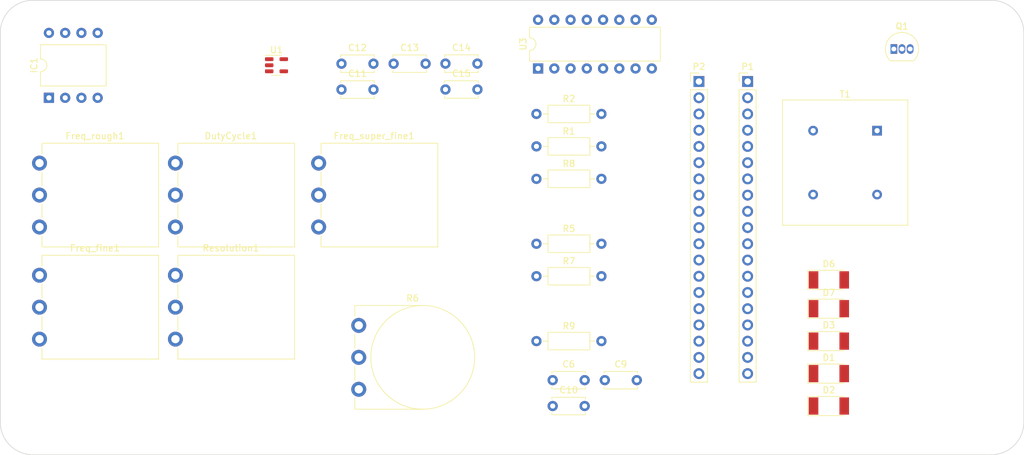
<source format=kicad_pcb>
(kicad_pcb (version 20220427) (generator pcbnew)
  (title_block (date "2022-01-28"))
  (layers (0 "F.Cu" signal) (31 "B.Cu" signal) (34 "B.Paste" user) (35 "F.Paste" user) (36 "B.SilkS" user "B.Silkscreen") (37 "F.SilkS" user "F.Silkscreen") (38 "B.Mask" user) (39 "F.Mask" user) (44 "Edge.Cuts" user))
  (net 0 "")
  (net 1 "+12V")
  (net 2 "Net-(D1-A)")
  (net 3 "Net-(D2-K)")
  (net 4 "Net-(D2-A)")
  (net 5 "Earth")
  (net 6 "GND")
  (net 7 "Net-(Q1-B)")
  (net 8 "Net-(Q1-C)")
  (net 9 "+5V")
  (net 10 "+3V3")
  (net 11 "/EN")
  (net 12 "/IO36")
  (net 13 "/IO39")
  (net 14 "/IO34")
  (net 15 "/IO35")
  (net 16 "/IO32")
  (net 17 "Probe 1 (blue)")
  (net 18 "/IO25")
  (net 19 "/IO26")
  (net 20 "/IO27")
  (net 21 "/IO14")
  (net 22 "/IO12")
  (net 23 "/IO13")
  (net 24 "/SD2")
  (net 25 "/SD3")
  (net 26 "/CMD")
  (net 27 "/IO23")
  (net 28 "/IO22")
  (net 29 "/TXD0")
  (net 30 "/RXD0")
  (net 31 "/IO21")
  (net 32 "/IO19")
  (net 33 "/IO18")
  (net 34 "/IO5")
  (net 35 "/IO17")
  (net 36 "/IO16")
  (net 37 "/IO4")
  (net 38 "/IO0")
  (net 39 "/IO2")
  (net 40 "/IO15")
  (net 41 "/SD1")
  (net 42 "/SD0")
  (net 43 "/CLK")
  (net 44 "Net-(IC1-IN_B)")
  (net 47 "Net-(C8-Pad1)")
  (net 48 "Net-(IC1-OUT_B)")
  (net 51 "Net-(Q2-G)")
  (net 52 "Net-(D1-K)")
  (net 53 "Net-(T1-SA)")
  (net 54 "Net-(D7-A)")
  (net 55 "Net-(D5-Pad4)")
  (net 56 "Net-(C6-Pad1)")
  (net 57 "Net-(C6-Pad2)")
  (net 58 "Net-(D6-A)")
  (net 61 "Probe 2 (yellow")
  (net 62 "Probe 3 (purple)")
  (footprint "Potentiometer_THT:Potentiometer_Piher_T-16L_Single_Vertical_Hole" (layer "F.Cu") (at 124.62 121.84)
    (fp_text reference "R6" (at 8.415 -14.25) (layer "F.SilkS"))
    (fp_text value "100")
    (fp_line (start -0.62 -13.12) (end -0.62 -11.426) (stroke (width 0.12)) (layer "F.SilkS"))
    (fp_line (start -0.62 -13.12) (end 10 -13.12) (stroke (width 0.12)) (layer "F.SilkS"))
    (fp_line (start -0.62 -8.574) (end -0.62 -6.425) (stroke (width 0.12)) (layer "F.SilkS"))
    (fp_line (start -0.62 -3.575) (end -0.62 -1.425) (stroke (width 0.12)) (layer "F.SilkS"))
    (fp_line (start -0.62 1.425) (end -0.62 3.12) (stroke (width 0.12)) (layer "F.SilkS"))
    (fp_line (start -0.62 3.12) (end 10 3.12) (stroke (width 0.12)) (layer "F.SilkS"))
    (fp_circle (center 10 -5) (end 18.12 -5) (stroke (width 0.12)) (fill none) (layer "F.SilkS"))
    (pad "" np_thru_hole circle (at 10 -5) (size 7.5 7.5) (drill 7.5) (layers *.Cu *.Mask))
    (pad "1" thru_hole circle (at 0 0) (size 2.34 2.34) (drill 1.3) (layers *.Cu *.Mask) (net 1 "+12V"))
    (pad "2" thru_hole circle (at 0 -5) (size 2.34 2.34) (drill 1.3) (layers *.Cu *.Mask) (net 1 "+12V"))
    (pad "3" thru_hole circle (at 0 -10) (size 2.34 2.34) (drill 1.3) (layers *.Cu *.Mask) (net 47 "Net-(C8-Pad1)"))
  )
  (footprint "Connector_PinHeader_2.54mm:PinHeader_1x19_P2.54mm_Vertical" (layer "F.Cu") (at 177.8 73.67)
    (fp_text reference "P2" (at 0 -2.33) (layer "F.SilkS"))
    (fp_text value "CONN_01X18")
    (fp_line (start -1.33 -1.33) (end 0 -1.33) (stroke (width 0.12)) (layer "F.SilkS"))
    (fp_line (start -1.33 0) (end -1.33 -1.33) (stroke (width 0.12)) (layer "F.SilkS"))
    (fp_line (start -1.33 1.27) (end -1.33 47.05) (stroke (width 0.12)) (layer "F.SilkS"))
    (fp_line (start -1.33 1.27) (end 1.33 1.27) (stroke (width 0.12)) (layer "F.SilkS"))
    (fp_line (start -1.33 47.05) (end 1.33 47.05) (stroke (width 0.12)) (layer "F.SilkS"))
    (fp_line (start 1.33 1.27) (end 1.33 47.05) (stroke (width 0.12)) (layer "F.SilkS"))
    (pad "1" thru_hole rect (at 0 0) (size 1.7 1.7) (drill 1) (layers *.Cu *.Mask))
    (pad "2" thru_hole oval (at 0 2.54) (size 1.7 1.7) (drill 1) (layers *.Cu *.Mask) (net 27 "/IO23"))
    (pad "3" thru_hole oval (at 0 5.08) (size 1.7 1.7) (drill 1) (layers *.Cu *.Mask) (net 28 "/IO22"))
    (pad "4" thru_hole oval (at 0 7.62) (size 1.7 1.7) (drill 1) (layers *.Cu *.Mask) (net 29 "/TXD0"))
    (pad "5" thru_hole oval (at 0 10.16) (size 1.7 1.7) (drill 1) (layers *.Cu *.Mask) (net 30 "/RXD0"))
    (pad "6" thru_hole oval (at 0 12.7) (size 1.7 1.7) (drill 1) (layers *.Cu *.Mask) (net 31 "/IO21"))
    (pad "7" thru_hole oval (at 0 15.24) (size 1.7 1.7) (drill 1) (layers *.Cu *.Mask) (net 6 "GND"))
    (pad "8" thru_hole oval (at 0 17.78) (size 1.7 1.7) (drill 1) (layers *.Cu *.Mask) (net 32 "/IO19"))
    (pad "9" thru_hole oval (at 0 20.32) (size 1.7 1.7) (drill 1) (layers *.Cu *.Mask) (net 33 "/IO18"))
    (pad "10" thru_hole oval (at 0 22.86) (size 1.7 1.7) (drill 1) (layers *.Cu *.Mask) (net 34 "/IO5"))
    (pad "11" thru_hole oval (at 0 25.4) (size 1.7 1.7) (drill 1) (layers *.Cu *.Mask) (net 35 "/IO17"))
    (pad "12" thru_hole oval (at 0 27.94) (size 1.7 1.7) (drill 1) (layers *.Cu *.Mask) (net 36 "/IO16"))
    (pad "13" thru_hole oval (at 0 30.48) (size 1.7 1.7) (drill 1) (layers *.Cu *.Mask) (net 37 "/IO4"))
    (pad "14" thru_hole oval (at 0 33.02) (size 1.7 1.7) (drill 1) (layers *.Cu *.Mask) (net 38 "/IO0"))
    (pad "15" thru_hole oval (at 0 35.56) (size 1.7 1.7) (drill 1) (layers *.Cu *.Mask) (net 39 "/IO2"))
    (pad "16" thru_hole oval (at 0 38.1) (size 1.7 1.7) (drill 1) (layers *.Cu *.Mask) (net 40 "/IO15"))
    (pad "17" thru_hole oval (at 0 40.64) (size 1.7 1.7) (drill 1) (layers *.Cu *.Mask) (net 41 "/SD1"))
    (pad "18" thru_hole oval (at 0 43.18) (size 1.7 1.7) (drill 1) (layers *.Cu *.Mask) (net 42 "/SD0"))
    (pad "19" thru_hole oval (at 0 45.72) (size 1.7 1.7) (drill 1) (layers *.Cu *.Mask) (net 43 "/CLK"))
  )
  (footprint "Diode_SMD:D_MELF" (layer "F.Cu") (at 198.12 109.22)
    (fp_text reference "D7" (at 0 -2.5) (layer "F.SilkS"))
    (fp_text value "4004")
    (fp_line (start -3.3 -1.5) (end -3.3 1.5) (stroke (width 0.12)) (layer "F.SilkS"))
    (fp_line (start -3.3 1.5) (end 2.4 1.5) (stroke (width 0.12)) (layer "F.SilkS"))
    (fp_line (start 2.4 -1.5) (end -3.3 -1.5) (stroke (width 0.12)) (layer "F.SilkS"))
    (pad "1" smd rect (at -2.4 0) (size 1.5 2.7) (layers "F.Cu" "F.Paste" "F.Mask") (net 22 "/IO12"))
    (pad "2" smd rect (at 2.4 0) (size 1.5 2.7) (layers "F.Cu" "F.Paste" "F.Mask") (net 54 "Net-(D7-A)"))
  )
  (footprint "Diode_SMD:D_MELF" (layer "F.Cu") (at 198.12 114.3)
    (fp_text reference "D3" (at 0 -2.5) (layer "F.SilkS"))
    (fp_text value "D524")
    (fp_line (start -3.3 -1.5) (end -3.3 1.5) (stroke (width 0.12)) (layer "F.SilkS"))
    (fp_line (start -3.3 1.5) (end 2.4 1.5) (stroke (width 0.12)) (layer "F.SilkS"))
    (fp_line (start 2.4 -1.5) (end -3.3 -1.5) (stroke (width 0.12)) (layer "F.SilkS"))
    (pad "1" smd rect (at -2.4 0) (size 1.5 2.7) (layers "F.Cu" "F.Paste" "F.Mask") (net 4 "Net-(D2-A)"))
    (pad "2" smd rect (at 2.4 0) (size 1.5 2.7) (layers "F.Cu" "F.Paste" "F.Mask") (net 5 "Earth"))
  )
  (footprint "Potentiometer_THT:Potentiometer_Piher_PC-16_Single_Vertical" (layer "F.Cu") (at 74.707 96.44)
    (fp_text reference "Freq_rough1" (at 8.665 -14.25) (layer "F.SilkS"))
    (fp_text value "10K")
    (fp_line (start 0.38 -13.12) (end 0.38 -11.426) (stroke (width 0.12)) (layer "F.SilkS"))
    (fp_line (start 0.38 -13.12) (end 18.62 -13.12) (stroke (width 0.12)) (layer "F.SilkS"))
    (fp_line (start 0.38 -8.574) (end 0.38 -6.425) (stroke (width 0.12)) (layer "F.SilkS"))
    (fp_line (start 0.38 -3.575) (end 0.38 -1.425) (stroke (width 0.12)) (layer "F.SilkS"))
    (fp_line (start 0.38 1.425) (end 0.38 3.12) (stroke (width 0.12)) (layer "F.SilkS"))
    (fp_line (start 0.38 3.12) (end 18.62 3.12) (stroke (width 0.12)) (layer "F.SilkS"))
    (fp_line (start 18.62 -13.12) (end 18.62 3.12) (stroke (width 0.12)) (layer "F.SilkS"))
    (pad "1" thru_hole circle (at 0 0) (size 2.34 2.34) (drill 1.3) (layers *.Cu *.Mask) (net 10 "+3V3"))
    (pad "2" thru_hole circle (at 0 -5) (size 2.34 2.34) (drill 1.3) (layers *.Cu *.Mask) (net 13 "/IO39"))
    (pad "3" thru_hole circle (at 0 -10) (size 2.34 2.34) (drill 1.3) (layers *.Cu *.Mask) (net 6 "GND"))
  )
  (footprint "Resistor_THT:R_Axial_DIN0207_L6.3mm_D2.5mm_P10.16mm_Horizontal" (layer "F.Cu") (at 152.4 104.14)
    (fp_text reference "R7" (at 5.08 -2.37) (layer "F.SilkS"))
    (fp_text value "1M")
    (fp_line (start 1.04 0) (end 1.81 0) (stroke (width 0.12)) (layer "F.SilkS"))
    (fp_line (start 1.81 -1.37) (end 1.81 1.37) (stroke (width 0.12)) (layer "F.SilkS"))
    (fp_line (start 1.81 1.37) (end 8.35 1.37) (stroke (width 0.12)) (layer "F.SilkS"))
    (fp_line (start 8.35 -1.37) (end 1.81 -1.37) (stroke (width 0.12)) (layer "F.SilkS"))
    (fp_line (start 8.35 1.37) (end 8.35 -1.37) (stroke (width 0.12)) (layer "F.SilkS"))
    (fp_line (start 9.12 0) (end 8.35 0) (stroke (width 0.12)) (layer "F.SilkS"))
    (pad "1" thru_hole circle (at 0 0) (size 1.6 1.6) (drill 0.8) (layers *.Cu *.Mask) (net 55 "Net-(D5-Pad4)"))
    (pad "2" thru_hole oval (at 10.16 0) (size 1.6 1.6) (drill 0.8) (layers *.Cu *.Mask) (net 58 "Net-(D6-A)"))
  )
  (footprint "Package_TO_SOT_SMD:SOT-23-5" (layer "F.Cu") (at 111.76 71.12)
    (fp_text reference "U1" (at 0 -2.4) (layer "F.SilkS"))
    (fp_text value "SSD1306")
    (fp_line (start 0 -1.56) (end -1.8 -1.56) (stroke (width 0.12)) (layer "F.SilkS"))
    (fp_line (start 0 -1.56) (end 0.8 -1.56) (stroke (width 0.12)) (layer "F.SilkS"))
    (fp_line (start 0 1.56) (end -0.8 1.56) (stroke (width 0.12)) (layer "F.SilkS"))
    (fp_line (start 0 1.56) (end 0.8 1.56) (stroke (width 0.12)) (layer "F.SilkS"))
    (pad "1" smd roundrect (at -1.1375 -0.95) (size 1.325 0.6) (layers "F.Cu" "F.Paste" "F.Mask") (net 6 "GND"))
    (pad "2" smd roundrect (at -1.1375 0) (size 1.325 0.6) (layers "F.Cu" "F.Paste" "F.Mask") (net 10 "+3V3"))
    (pad "3" smd roundrect (at -1.1375 0.95) (size 1.325 0.6) (layers "F.Cu" "F.Paste" "F.Mask") (net 31 "/IO21"))
    (pad "4" smd roundrect (at 1.1375 0.95) (size 1.325 0.6) (layers "F.Cu" "F.Paste" "F.Mask") (net 28 "/IO22"))
    (pad "5" smd roundrect (at 1.1375 -0.95) (size 1.325 0.6) (layers "F.Cu" "F.Paste" "F.Mask"))
  )
  (footprint "Package_DIP:DIP-8_W10.16mm" (layer "F.Cu") (at 76.18 76.22 90)
    (fp_text reference "IC1" (at 5.08 -2.33 90) (layer "F.SilkS"))
    (fp_text value "TC4424AVPA")
    (fp_line (start 1.845 -1.33) (end 1.845 8.95) (stroke (width 0.12)) (layer "F.SilkS"))
    (fp_line (start 1.845 8.95) (end 8.315 8.95) (stroke (width 0.12)) (layer "F.SilkS"))
    (fp_line (start 4.08 -1.33) (end 1.845 -1.33) (stroke (width 0.12)) (layer "F.SilkS"))
    (fp_line (start 8.315 -1.33) (end 6.08 -1.33) (stroke (width 0.12)) (layer "F.SilkS"))
    (fp_line (start 8.315 8.95) (end 8.315 -1.33) (stroke (width 0.12)) (layer "F.SilkS"))
    (fp_arc (start 6.08 -1.33) (mid 5.08 -0.33) (end 4.08 -1.33) (stroke (width 0.12)) (layer "F.SilkS"))
    (pad "1" thru_hole rect (at 0 0 90) (size 1.6 1.6) (drill 0.8) (layers *.Cu *.Mask))
    (pad "2" thru_hole oval (at 0 2.54 90) (size 1.6 1.6) (drill 0.8) (layers *.Cu *.Mask) (net 17 "Probe 1 (blue)"))
    (pad "3" thru_hole oval (at 0 5.08 90) (size 1.6 1.6) (drill 0.8) (layers *.Cu *.Mask) (net 6 "GND"))
    (pad "4" thru_hole oval (at 0 7.62 90) (size 1.6 1.6) (drill 0.8) (layers *.Cu *.Mask) (net 44 "Net-(IC1-IN_B)"))
    (pad "5" thru_hole oval (at 10.16 7.62 90) (size 1.6 1.6) (drill 0.8) (layers *.Cu *.Mask) (net 48 "Net-(IC1-OUT_B)"))
    (pad "6" thru_hole oval (at 10.16 5.08 90) (size 1.6 1.6) (drill 0.8) (layers *.Cu *.Mask) (net 1 "+12V"))
    (pad "7" thru_hole oval (at 10.16 2.54 90) (size 1.6 1.6) (drill 0.8) (layers *.Cu *.Mask))
    (pad "8" thru_hole oval (at 10.16 0 90) (size 1.6 1.6) (drill 0.8) (layers *.Cu *.Mask))
  )
  (footprint "Connector_PinHeader_2.54mm:PinHeader_1x19_P2.54mm_Vertical" (layer "F.Cu") (at 185.42 73.67)
    (fp_text reference "P1" (at 0 -2.33) (layer "F.SilkS"))
    (fp_text value "CONN_01X18")
    (fp_line (start -1.33 -1.33) (end 0 -1.33) (stroke (width 0.12)) (layer "F.SilkS"))
    (fp_line (start -1.33 0) (end -1.33 -1.33) (stroke (width 0.12)) (layer "F.SilkS"))
    (fp_line (start -1.33 1.27) (end -1.33 47.05) (stroke (width 0.12)) (layer "F.SilkS"))
    (fp_line (start -1.33 1.27) (end 1.33 1.27) (stroke (width 0.12)) (layer "F.SilkS"))
    (fp_line (start -1.33 47.05) (end 1.33 47.05) (stroke (width 0.12)) (layer "F.SilkS"))
    (fp_line (start 1.33 1.27) (end 1.33 47.05) (stroke (width 0.12)) (layer "F.SilkS"))
    (pad "1" thru_hole rect (at 0 0) (size 1.7 1.7) (drill 1) (layers *.Cu *.Mask))
    (pad "2" thru_hole oval (at 0 2.54) (size 1.7 1.7) (drill 1) (layers *.Cu *.Mask) (net 11 "/EN"))
    (pad "3" thru_hole oval (at 0 5.08) (size 1.7 1.7) (drill 1) (layers *.Cu *.Mask) (net 12 "/IO36"))
    (pad "4" thru_hole oval (at 0 7.62) (size 1.7 1.7) (drill 1) (layers *.Cu *.Mask) (net 13 "/IO39"))
    (pad "5" thru_hole oval (at 0 10.16) (size 1.7 1.7) (drill 1) (layers *.Cu *.Mask) (net 14 "/IO34"))
    (pad "6" thru_hole oval (at 0 12.7) (size 1.7 1.7) (drill 1) (layers *.Cu *.Mask) (net 15 "/IO35"))
    (pad "7" thru_hole oval (at 0 15.24) (size 1.7 1.7) (drill 1) (layers *.Cu *.Mask) (net 16 "/IO32"))
    (pad "8" thru_hole oval (at 0 17.78) (size 1.7 1.7) (drill 1) (layers *.Cu *.Mask) (net 17 "Probe 1 (blue)"))
    (pad "9" thru_hole oval (at 0 20.32) (size 1.7 1.7) (drill 1) (layers *.Cu *.Mask) (net 18 "/IO25"))
    (pad "10" thru_hole oval (at 0 22.86) (size 1.7 1.7) (drill 1) (layers *.Cu *.Mask) (net 19 "/IO26"))
    (pad "11" thru_hole oval (at 0 25.4) (size 1.7 1.7) (drill 1) (layers *.Cu *.Mask) (net 20 "/IO27"))
    (pad "12" thru_hole oval (at 0 27.94) (size 1.7 1.7) (drill 1) (layers *.Cu *.Mask))
    (pad "13" thru_hole oval (at 0 30.48) (size 1.7 1.7) (drill 1) (layers *.Cu *.Mask))
    (pad "14" thru_hole oval (at 0 33.02) (size 1.7 1.7) (drill 1) (layers *.Cu *.Mask) (net 6 "GND"))
    (pad "15" thru_hole oval (at 0 35.56) (size 1.7 1.7) (drill 1) (layers *.Cu *.Mask) (net 23 "/IO13"))
    (pad "16" thru_hole oval (at 0 38.1) (size 1.7 1.7) (drill 1) (layers *.Cu *.Mask) (net 24 "/SD2"))
    (pad "17" thru_hole oval (at 0 40.64) (size 1.7 1.7) (drill 1) (layers *.Cu *.Mask) (net 25 "/SD3"))
    (pad "18" thru_hole oval (at 0 43.18) (size 1.7 1.7) (drill 1) (layers *.Cu *.Mask) (net 26 "/CMD"))
    (pad "19" thru_hole oval (at 0 45.72) (size 1.7 1.7) (drill 1) (layers *.Cu *.Mask) (net 9 "+5V"))
  )
  (footprint "Capacitor_THT:C_Disc_D5.0mm_W2.5mm_P5.00mm" (layer "F.Cu") (at 130.07 70.88)
    (fp_text reference "C13" (at 2.5 -2.5) (layer "F.SilkS"))
    (fp_text value "100nF")
    (fp_line (start -0.12 -1.37) (end -0.12 -1.055) (stroke (width 0.12)) (layer "F.SilkS"))
    (fp_line (start -0.12 -1.37) (end 5.12 -1.37) (stroke (width 0.12)) (layer "F.SilkS"))
    (fp_line (start -0.12 1.055) (end -0.12 1.37) (stroke (width 0.12)) (layer "F.SilkS"))
    (fp_line (start -0.12 1.37) (end 5.12 1.37) (stroke (width 0.12)) (layer "F.SilkS"))
    (fp_line (start 5.12 -1.37) (end 5.12 -1.055) (stroke (width 0.12)) (layer "F.SilkS"))
    (fp_line (start 5.12 1.055) (end 5.12 1.37) (stroke (width 0.12)) (layer "F.SilkS"))
    (pad "1" thru_hole circle (at 0 0) (size 1.6 1.6) (drill 0.8) (layers *.Cu *.Mask) (net 12 "/IO36"))
    (pad "2" thru_hole circle (at 5 0) (size 1.6 1.6) (drill 0.8) (layers *.Cu *.Mask) (net 6 "GND"))
  )
  (footprint "Capacitor_THT:C_Disc_D5.0mm_W2.5mm_P5.00mm" (layer "F.Cu") (at 121.92 70.88)
    (fp_text reference "C12" (at 2.5 -2.5) (layer "F.SilkS"))
    (fp_text value "100nF")
    (fp_line (start -0.12 -1.37) (end -0.12 -1.055) (stroke (width 0.12)) (layer "F.SilkS"))
    (fp_line (start -0.12 -1.37) (end 5.12 -1.37) (stroke (width 0.12)) (layer "F.SilkS"))
    (fp_line (start -0.12 1.055) (end -0.12 1.37) (stroke (width 0.12)) (layer "F.SilkS"))
    (fp_line (start -0.12 1.37) (end 5.12 1.37) (stroke (width 0.12)) (layer "F.SilkS"))
    (fp_line (start 5.12 -1.37) (end 5.12 -1.055) (stroke (width 0.12)) (layer "F.SilkS"))
    (fp_line (start 5.12 1.055) (end 5.12 1.37) (stroke (width 0.12)) (layer "F.SilkS"))
    (pad "1" thru_hole circle (at 0 0) (size 1.6 1.6) (drill 0.8) (layers *.Cu *.Mask) (net 16 "/IO32"))
    (pad "2" thru_hole circle (at 5 0) (size 1.6 1.6) (drill 0.8) (layers *.Cu *.Mask) (net 6 "GND"))
  )
  (footprint "Diode_SMD:D_MELF" (layer "F.Cu") (at 198.12 124.46)
    (fp_text reference "D2" (at 0 -2.5) (layer "F.SilkS"))
    (fp_text value "D524")
    (fp_line (start -3.3 -1.5) (end -3.3 1.5) (stroke (width 0.12)) (layer "F.SilkS"))
    (fp_line (start -3.3 1.5) (end 2.4 1.5) (stroke (width 0.12)) (layer "F.SilkS"))
    (fp_line (start 2.4 -1.5) (end -3.3 -1.5) (stroke (width 0.12)) (layer "F.SilkS"))
    (pad "1" smd rect (at -2.4 0) (size 1.5 2.7) (layers "F.Cu" "F.Paste" "F.Mask") (net 3 "Net-(D2-K)"))
    (pad "2" smd rect (at 2.4 0) (size 1.5 2.7) (layers "F.Cu" "F.Paste" "F.Mask") (net 4 "Net-(D2-A)"))
  )
  (footprint "Capacitor_THT:C_Disc_D5.0mm_W2.5mm_P5.00mm" (layer "F.Cu") (at 154.94 124.46)
    (fp_text reference "C10" (at 2.5 -2.5) (layer "F.SilkS"))
    (fp_text value "100nF")
    (fp_line (start -0.12 -1.37) (end -0.12 -1.055) (stroke (width 0.12)) (layer "F.SilkS"))
    (fp_line (start -0.12 -1.37) (end 5.12 -1.37) (stroke (width 0.12)) (layer "F.SilkS"))
    (fp_line (start -0.12 1.055) (end -0.12 1.37) (stroke (width 0.12)) (layer "F.SilkS"))
    (fp_line (start -0.12 1.37) (end 5.12 1.37) (stroke (width 0.12)) (layer "F.SilkS"))
    (fp_line (start 5.12 -1.37) (end 5.12 -1.055) (stroke (width 0.12)) (layer "F.SilkS"))
    (fp_line (start 5.12 1.055) (end 5.12 1.37) (stroke (width 0.12)) (layer "F.SilkS"))
    (pad "1" thru_hole circle (at 0 0) (size 1.6 1.6) (drill 0.8) (layers *.Cu *.Mask) (net 22 "/IO12"))
    (pad "2" thru_hole circle (at 5 0) (size 1.6 1.6) (drill 0.8) (layers *.Cu *.Mask) (net 6 "GND"))
  )
  (footprint "Capacitor_THT:C_Disc_D5.0mm_W2.5mm_P5.00mm" (layer "F.Cu") (at 138.176 70.866)
    (fp_text reference "C14" (at 2.5 -2.5) (layer "F.SilkS"))
    (fp_text value "100nF")
    (fp_line (start -0.12 -1.37) (end -0.12 -1.055) (stroke (width 0.12)) (layer "F.SilkS"))
    (fp_line (start -0.12 -1.37) (end 5.12 -1.37) (stroke (width 0.12)) (layer "F.SilkS"))
    (fp_line (start -0.12 1.055) (end -0.12 1.37) (stroke (width 0.12)) (layer "F.SilkS"))
    (fp_line (start -0.12 1.37) (end 5.12 1.37) (stroke (width 0.12)) (layer "F.SilkS"))
    (fp_line (start 5.12 -1.37) (end 5.12 -1.055) (stroke (width 0.12)) (layer "F.SilkS"))
    (fp_line (start 5.12 1.055) (end 5.12 1.37) (stroke (width 0.12)) (layer "F.SilkS"))
    (pad "1" thru_hole circle (at 0 0) (size 1.6 1.6) (drill 0.8) (layers *.Cu *.Mask) (net 14 "/IO34"))
    (pad "2" thru_hole circle (at 5 0) (size 1.6 1.6) (drill 0.8) (layers *.Cu *.Mask) (net 6 "GND"))
  )
  (footprint "Diode_SMD:D_MELF" (layer "F.Cu") (at 198.12 104.72)
    (fp_text reference "D6" (at 0 -2.5) (layer "F.SilkS"))
    (fp_text value "4004")
    (fp_line (start -3.3 -1.5) (end -3.3 1.5) (stroke (width 0.12)) (layer "F.SilkS"))
    (fp_line (start -3.3 1.5) (end 2.4 1.5) (stroke (width 0.12)) (layer "F.SilkS"))
    (fp_line (start 2.4 -1.5) (end -3.3 -1.5) (stroke (width 0.12)) (layer "F.SilkS"))
    (pad "1" smd rect (at -2.4 0) (size 1.5 2.7) (layers "F.Cu" "F.Paste" "F.Mask") (net 21 "/IO14"))
    (pad "2" smd rect (at 2.4 0) (size 1.5 2.7) (layers "F.Cu" "F.Paste" "F.Mask") (net 58 "Net-(D6-A)"))
  )
  (footprint "Capacitor_THT:C_Disc_D5.0mm_W2.5mm_P5.00mm" (layer "F.Cu") (at 138.176 74.916)
    (fp_text reference "C15" (at 2.5 -2.5) (layer "F.SilkS"))
    (fp_text value "100nF")
    (fp_line (start -0.12 -1.37) (end -0.12 -1.055) (stroke (width 0.12)) (layer "F.SilkS"))
    (fp_line (start -0.12 -1.37) (end 5.12 -1.37) (stroke (width 0.12)) (layer "F.SilkS"))
    (fp_line (start -0.12 1.055) (end -0.12 1.37) (stroke (width 0.12)) (layer "F.SilkS"))
    (fp_line (start -0.12 1.37) (end 5.12 1.37) (stroke (width 0.12)) (layer "F.SilkS"))
    (fp_line (start 5.12 -1.37) (end 5.12 -1.055) (stroke (width 0.12)) (layer "F.SilkS"))
    (fp_line (start 5.12 1.055) (end 5.12 1.37) (stroke (width 0.12)) (layer "F.SilkS"))
    (pad "1" thru_hole circle (at 0 0) (size 1.6 1.6) (drill 0.8) (layers *.Cu *.Mask) (net 15 "/IO35"))
    (pad "2" thru_hole circle (at 5 0) (size 1.6 1.6) (drill 0.8) (layers *.Cu *.Mask) (net 6 "GND"))
  )
  (footprint "Resistor_THT:R_Axial_DIN0207_L6.3mm_D2.5mm_P10.16mm_Horizontal" (layer "F.Cu") (at 152.4 88.9)
    (fp_text reference "R8" (at 5.08 -2.37) (layer "F.SilkS"))
    (fp_text value "1k")
    (fp_line (start 1.04 0) (end 1.81 0) (stroke (width 0.12)) (layer "F.SilkS"))
    (fp_line (start 1.81 -1.37) (end 1.81 1.37) (stroke (width 0.12)) (layer "F.SilkS"))
    (fp_line (start 1.81 1.37) (end 8.35 1.37) (stroke (width 0.12)) (layer "F.SilkS"))
    (fp_line (start 8.35 -1.37) (end 1.81 -1.37) (stroke (width 0.12)) (layer "F.SilkS"))
    (fp_line (start 8.35 1.37) (end 8.35 -1.37) (stroke (width 0.12)) (layer "F.SilkS"))
    (fp_line (start 9.12 0) (end 8.35 0) (stroke (width 0.12)) (layer "F.SilkS"))
    (pad "1" thru_hole circle (at 0 0) (size 1.6 1.6) (drill 0.8) (layers *.Cu *.Mask) (net 6 "GND"))
    (pad "2" thru_hole oval (at 10.16 0) (size 1.6 1.6) (drill 0.8) (layers *.Cu *.Mask) (net 21 "/IO14"))
  )
  (footprint "Transformer_THT:Transformer_NF_ETAL_P1165" (layer "F.Cu") (at 205.66 81.36)
    (fp_text reference "T1" (at -5 -5.7) (layer "F.SilkS"))
    (fp_text value "Transformer_SP_1S")
    (fp_line (start -14.8 -4.8) (end 4.8 -4.8) (stroke (width 0.12)) (layer "F.SilkS"))
    (fp_line (start -14.8 14.8) (end -14.8 -4.8) (stroke (width 0.12)) (layer "F.SilkS"))
    (fp_line (start 4.8 -4.8) (end 4.8 14.8) (stroke (width 0.12)) (layer "F.SilkS"))
    (fp_line (start 4.8 14.8) (end -14.8 14.8) (stroke (width 0.12)) (layer "F.SilkS"))
    (pad "1" thru_hole rect (at 0 0) (size 1.52 1.52) (drill 0.81) (layers *.Cu *.Mask) (net 61 "Probe 2 (yellow"))
    (pad "3" thru_hole circle (at 0 10) (size 1.52 1.52) (drill 0.81) (layers *.Cu *.Mask) (net 53 "Net-(T1-SA)"))
    (pad "4" thru_hole circle (at -10 10) (size 1.52 1.52) (drill 0.81) (layers *.Cu *.Mask) (net 62 "Probe 3 (purple)"))
    (pad "6" thru_hole circle (at -10 0) (size 1.52 1.52) (drill 0.81) (layers *.Cu *.Mask))
  )
  (footprint "Resistor_THT:R_Axial_DIN0207_L6.3mm_D2.5mm_P10.16mm_Horizontal" (layer "F.Cu") (at 152.4 99.06)
    (fp_text reference "R5" (at 5.08 -2.37) (layer "F.SilkS"))
    (fp_text value "1K")
    (fp_line (start 1.04 0) (end 1.81 0) (stroke (width 0.12)) (layer "F.SilkS"))
    (fp_line (start 1.81 -1.37) (end 1.81 1.37) (stroke (width 0.12)) (layer "F.SilkS"))
    (fp_line (start 1.81 1.37) (end 8.35 1.37) (stroke (width 0.12)) (layer "F.SilkS"))
    (fp_line (start 8.35 -1.37) (end 1.81 -1.37) (stroke (width 0.12)) (layer "F.SilkS"))
    (fp_line (start 8.35 1.37) (end 8.35 -1.37) (stroke (width 0.12)) (layer "F.SilkS"))
    (fp_line (start 9.12 0) (end 8.35 0) (stroke (width 0.12)) (layer "F.SilkS"))
    (pad "1" thru_hole circle (at 0 0) (size 1.6 1.6) (drill 0.8) (layers *.Cu *.Mask) (net 6 "GND"))
    (pad "2" thru_hole oval (at 10.16 0) (size 1.6 1.6) (drill 0.8) (layers *.Cu *.Mask) (net 22 "/IO12"))
  )
  (footprint "Diode_SMD:D_MELF" (layer "F.Cu") (at 198.12 119.38)
    (fp_text reference "D1" (at 0 -2.5) (layer "F.SilkS"))
    (fp_text value "D524")
    (fp_line (start -3.3 -1.5) (end -3.3 1.5) (stroke (width 0.12)) (layer "F.SilkS"))
    (fp_line (start -3.3 1.5) (end 2.4 1.5) (stroke (width 0.12)) (layer "F.SilkS"))
    (fp_line (start 2.4 -1.5) (end -3.3 -1.5) (stroke (width 0.12)) (layer "F.SilkS"))
    (pad "1" smd rect (at -2.4 0) (size 1.5 2.7) (layers "F.Cu" "F.Paste" "F.Mask") (net 52 "Net-(D1-K)"))
    (pad "2" smd rect (at 2.4 0) (size 1.5 2.7) (layers "F.Cu" "F.Paste" "F.Mask") (net 2 "Net-(D1-A)"))
  )
  (footprint "Package_TO_SOT_THT:TO-92_Inline" (layer "F.Cu") (at 208.28 68.58)
    (fp_text reference "Q1" (at 1.27 -3.56) (layer "F.SilkS"))
    (fp_text value "PN2222A")
    (fp_line (start -0.53 1.85) (end 3.07 1.85) (stroke (width 0.12)) (layer "F.SilkS"))
    (fp_arc (start -0.568478 1.838478) (mid -1.132087 -0.994977) (end 1.27 -2.6) (stroke (width 0.12)) (layer "F.SilkS"))
    (fp_arc (start 1.27 -2.6) (mid 3.672087 -0.994977) (end 3.108478 1.838478) (stroke (width 0.12)) (layer "F.SilkS"))
    (pad "1" thru_hole rect (at 0 0) (size 1.05 1.5) (drill 0.75) (layers *.Cu *.Mask) (net 6 "GND"))
    (pad "2" thru_hole oval (at 1.27 0) (size 1.05 1.5) (drill 0.75) (layers *.Cu *.Mask) (net 7 "Net-(Q1-B)"))
    (pad "3" thru_hole oval (at 2.54 0) (size 1.05 1.5) (drill 0.75) (layers *.Cu *.Mask) (net 8 "Net-(Q1-C)"))
  )
  (footprint "Capacitor_THT:C_Disc_D5.0mm_W2.5mm_P5.00mm" (layer "F.Cu") (at 121.92 74.93)
    (fp_text reference "C11" (at 2.5 -2.5) (layer "F.SilkS"))
    (fp_text value "100nF")
    (fp_line (start -0.12 -1.37) (end -0.12 -1.055) (stroke (width 0.12)) (layer "F.SilkS"))
    (fp_line (start -0.12 -1.37) (end 5.12 -1.37) (stroke (width 0.12)) (layer "F.SilkS"))
    (fp_line (start -0.12 1.055) (end -0.12 1.37) (stroke (width 0.12)) (layer "F.SilkS"))
    (fp_line (start -0.12 1.37) (end 5.12 1.37) (stroke (width 0.12)) (layer "F.SilkS"))
    (fp_line (start 5.12 -1.37) (end 5.12 -1.055) (stroke (width 0.12)) (layer "F.SilkS"))
    (fp_line (start 5.12 1.055) (end 5.12 1.37) (stroke (width 0.12)) (layer "F.SilkS"))
    (pad "1" thru_hole circle (at 0 0) (size 1.6 1.6) (drill 0.8) (layers *.Cu *.Mask) (net 13 "/IO39"))
    (pad "2" thru_hole circle (at 5 0) (size 1.6 1.6) (drill 0.8) (layers *.Cu *.Mask) (net 6 "GND"))
  )
  (footprint "Capacitor_THT:C_Disc_D5.0mm_W2.5mm_P5.00mm" (layer "F.Cu") (at 163.09 120.41)
    (fp_text reference "C9" (at 2.5 -2.5) (layer "F.SilkS"))
    (fp_text value "100nF")
    (fp_line (start -0.12 -1.37) (end -0.12 -1.055) (stroke (width 0.12)) (layer "F.SilkS"))
    (fp_line (start -0.12 -1.37) (end 5.12 -1.37) (stroke (width 0.12)) (layer "F.SilkS"))
    (fp_line (start -0.12 1.055) (end -0.12 1.37) (stroke (width 0.12)) (layer "F.SilkS"))
    (fp_line (start -0.12 1.37) (end 5.12 1.37) (stroke (width 0.12)) (layer "F.SilkS"))
    (fp_line (start 5.12 -1.37) (end 5.12 -1.055) (stroke (width 0.12)) (layer "F.SilkS"))
    (fp_line (start 5.12 1.055) (end 5.12 1.37) (stroke (width 0.12)) (layer "F.SilkS"))
    (pad "1" thru_hole circle (at 0 0) (size 1.6 1.6) (drill 0.8) (layers *.Cu *.Mask) (net 21 "/IO14"))
    (pad "2" thru_hole circle (at 5 0) (size 1.6 1.6) (drill 0.8) (layers *.Cu *.Mask) (net 6 "GND"))
  )
  (footprint "Resistor_THT:R_Axial_DIN0207_L6.3mm_D2.5mm_P10.16mm_Horizontal" (layer "F.Cu") (at 152.4 114.3)
    (fp_text reference "R9" (at 5.08 -2.37) (layer "F.SilkS"))
    (fp_text value "1M")
    (fp_line (start 1.04 0) (end 1.81 0) (stroke (width 0.12)) (layer "F.SilkS"))
    (fp_line (start 1.81 -1.37) (end 1.81 1.37) (stroke (width 0.12)) (layer "F.SilkS"))
    (fp_line (start 1.81 1.37) (end 8.35 1.37) (stroke (width 0.12)) (layer "F.SilkS"))
    (fp_line (start 8.35 -1.37) (end 1.81 -1.37) (stroke (width 0.12)) (layer "F.SilkS"))
    (fp_line (start 8.35 1.37) (end 8.35 -1.37) (stroke (width 0.12)) (layer "F.SilkS"))
    (fp_line (start 9.12 0) (end 8.35 0) (stroke (width 0.12)) (layer "F.SilkS"))
    (pad "1" thru_hole circle (at 0 0) (size 1.6 1.6) (drill 0.8) (layers *.Cu *.Mask) (net 3 "Net-(D2-K)"))
    (pad "2" thru_hole oval (at 10.16 0) (size 1.6 1.6) (drill 0.8) (layers *.Cu *.Mask) (net 54 "Net-(D7-A)"))
  )
  (footprint "Resistor_THT:R_Axial_DIN0207_L6.3mm_D2.5mm_P10.16mm_Horizontal" (layer "F.Cu") (at 152.4 83.82)
    (fp_text reference "R1" (at 5.08 -2.37) (layer "F.SilkS"))
    (fp_text value "470")
    (fp_line (start 1.04 0) (end 1.81 0) (stroke (width 0.12)) (layer "F.SilkS"))
    (fp_line (start 1.81 -1.37) (end 1.81 1.37) (stroke (width 0.12)) (layer "F.SilkS"))
    (fp_line (start 1.81 1.37) (end 8.35 1.37) (stroke (width 0.12)) (layer "F.SilkS"))
    (fp_line (start 8.35 -1.37) (end 1.81 -1.37) (stroke (width 0.12)) (layer "F.SilkS"))
    (fp_line (start 8.35 1.37) (end 8.35 -1.37) (stroke (width 0.12)) (layer "F.SilkS"))
    (fp_line (start 9.12 0) (end 8.35 0) (stroke (width 0.12)) (layer "F.SilkS"))
    (pad "1" thru_hole circle (at 0 0) (size 1.6 1.6) (drill 0.8) (layers *.Cu *.Mask) (net 6 "GND"))
    (pad "2" thru_hole oval (at 10.16 0) (size 1.6 1.6) (drill 0.8) (layers *.Cu *.Mask) (net 17 "Probe 1 (blue)"))
  )
  (footprint "Resistor_THT:R_Axial_DIN0207_L6.3mm_D2.5mm_P10.16mm_Horizontal" (layer "F.Cu") (at 152.4 78.74)
    (fp_text reference "R2" (at 5.08 -2.37) (layer "F.SilkS"))
    (fp_text value "1k")
    (fp_line (start 1.04 0) (end 1.81 0) (stroke (width 0.12)) (layer "F.SilkS"))
    (fp_line (start 1.81 -1.37) (end 1.81 1.37) (stroke (width 0.12)) (layer "F.SilkS"))
    (fp_line (start 1.81 1.37) (end 8.35 1.37) (stroke (width 0.12)) (layer "F.SilkS"))
    (fp_line (start 8.35 -1.37) (end 1.81 -1.37) (stroke (width 0.12)) (layer "F.SilkS"))
    (fp_line (start 8.35 1.37) (end 8.35 -1.37) (stroke (width 0.12)) (layer "F.SilkS"))
    (fp_line (start 9.12 0) (end 8.35 0) (stroke (width 0.12)) (layer "F.SilkS"))
    (pad "1" thru_hole circle (at 0 0) (size 1.6 1.6) (drill 0.8) (layers *.Cu *.Mask) (net 48 "Net-(IC1-OUT_B)"))
    (pad "2" thru_hole oval (at 10.16 0) (size 1.6 1.6) (drill 0.8) (layers *.Cu *.Mask) (net 51 "Net-(Q2-G)"))
  )
  (footprint "Package_DIP:DIP-16_W7.62mm" (layer "F.Cu") (at 152.654 71.628 90)
    (fp_text reference "U3" (at 3.81 -2.33 90) (layer "F.SilkS"))
    (fp_text value "4049")
    (fp_line (start 1.16 -1.33) (end 1.16 19.11) (stroke (width 0.12)) (layer "F.SilkS"))
    (fp_line (start 1.16 19.11) (end 6.46 19.11) (stroke (width 0.12)) (layer "F.SilkS"))
    (fp_line (start 2.81 -1.33) (end 1.16 -1.33) (stroke (width 0.12)) (layer "F.SilkS"))
    (fp_line (start 6.46 -1.33) (end 4.81 -1.33) (stroke (width 0.12)) (layer "F.SilkS"))
    (fp_line (start 6.46 19.11) (end 6.46 -1.33) (stroke (width 0.12)) (layer "F.SilkS"))
    (fp_arc (start 4.81 -1.33) (mid 3.81 -0.33) (end 2.81 -1.33) (stroke (width 0.12)) (layer "F.SilkS"))
    (pad "1" thru_hole rect (at 0 0 90) (size 1.6 1.6) (drill 0.8) (layers *.Cu *.Mask) (net 10 "+3V3"))
    (pad "2" thru_hole oval (at 0 2.54 90) (size 1.6 1.6) (drill 0.8) (layers *.Cu *.Mask) (net 44 "Net-(IC1-IN_B)"))
    (pad "3" thru_hole oval (at 0 5.08 90) (size 1.6 1.6) (drill 0.8) (layers *.Cu *.Mask) (net 17 "Probe 1 (blue)"))
    (pad "4" thru_hole oval (at 0 7.62 90) (size 1.6 1.6) (drill 0.8) (layers *.Cu *.Mask))
    (pad "5" thru_hole oval (at 0 10.16 90) (size 1.6 1.6) (drill 0.8) (layers *.Cu *.Mask))
    (pad "6" thru_hole oval (at 0 12.7 90) (size 1.6 1.6) (drill 0.8) (layers *.Cu *.Mask))
    (pad "7" thru_hole oval (at 0 15.24 90) (size 1.6 1.6) (drill 0.8) (layers *.Cu *.Mask))
    (pad "8" thru_hole oval (at 0 17.78 90) (size 1.6 1.6) (drill 0.8) (layers *.Cu *.Mask) (net 6 "GND"))
    (pad "9" thru_hole oval (at 7.62 17.78 90) (size 1.6 1.6) (drill 0.8) (layers *.Cu *.Mask))
    (pad "10" thru_hole oval (at 7.62 15.24 90) (size 1.6 1.6) (drill 0.8) (layers *.Cu *.Mask))
    (pad "11" thru_hole oval (at 7.62 12.7 90) (size 1.6 1.6) (drill 0.8) (layers *.Cu *.Mask))
    (pad "12" thru_hole oval (at 7.62 10.16 90) (size 1.6 1.6) (drill 0.8) (layers *.Cu *.Mask))
    (pad "13" thru_hole oval (at 7.62 7.62 90) (size 1.6 1.6) (drill 0.8) (layers *.Cu *.Mask))
    (pad "14" thru_hole oval (at 7.62 5.08 90) (size 1.6 1.6) (drill 0.8) (layers *.Cu *.Mask))
    (pad "15" thru_hole oval (at 7.62 2.54 90) (size 1.6 1.6) (drill 0.8) (layers *.Cu *.Mask))
    (pad "16" thru_hole oval (at 7.62 0 90) (size 1.6 1.6) (drill 0.8) (layers *.Cu *.Mask) (net 10 "+3V3"))
  )
  (footprint "Potentiometer_THT:Potentiometer_Piher_PC-16_Single_Vertical" (layer "F.Cu") (at 118.35 96.44)
    (fp_text reference "Freq_super_fine1" (at 8.665 -14.25) (layer "F.SilkS"))
    (fp_text value "10k")
    (fp_line (start 0.38 -13.12) (end 0.38 -11.426) (stroke (width 0.12)) (layer "F.SilkS"))
    (fp_line (start 0.38 -13.12) (end 18.62 -13.12) (stroke (width 0.12)) (layer "F.SilkS"))
    (fp_line (start 0.38 -8.574) (end 0.38 -6.425) (stroke (width 0.12)) (layer "F.SilkS"))
    (fp_line (start 0.38 -3.575) (end 0.38 -1.425) (stroke (width 0.12)) (layer "F.SilkS"))
    (fp_line (start 0.38 1.425) (end 0.38 3.12) (stroke (width 0.12)) (layer "F.SilkS"))
    (fp_line (start 0.38 3.12) (end 18.62 3.12) (stroke (width 0.12)) (layer "F.SilkS"))
    (fp_line (start 18.62 -13.12) (end 18.62 3.12) (stroke (width 0.12)) (layer "F.SilkS"))
    (pad "1" thru_hole circle (at 0 0) (size 2.34 2.34) (drill 1.3) (layers *.Cu *.Mask) (net 10 "+3V3"))
    (pad "2" thru_hole circle (at 0 -5) (size 2.34 2.34) (drill 1.3) (layers *.Cu *.Mask) (net 12 "/IO36"))
    (pad "3" thru_hole circle (at 0 -10) (size 2.34 2.34) (drill 1.3) (layers *.Cu *.Mask) (net 6 "GND"))
  )
  (footprint "Potentiometer_THT:Potentiometer_Piher_PC-16_Single_Vertical" (layer "F.Cu") (at 74.707 113.99)
    (fp_text reference "Freq_fine1" (at 8.665 -14.25) (layer "F.SilkS"))
    (fp_text value "10K")
    (fp_line (start 0.38 -13.12) (end 0.38 -11.426) (stroke (width 0.12)) (layer "F.SilkS"))
    (fp_line (start 0.38 -13.12) (end 18.62 -13.12) (stroke (width 0.12)) (layer "F.SilkS"))
    (fp_line (start 0.38 -8.574) (end 0.38 -6.425) (stroke (width 0.12)) (layer "F.SilkS"))
    (fp_line (start 0.38 -3.575) (end 0.38 -1.425) (stroke (width 0.12)) (layer "F.SilkS"))
    (fp_line (start 0.38 1.425) (end 0.38 3.12) (stroke (width 0.12)) (layer "F.SilkS"))
    (fp_line (start 0.38 3.12) (end 18.62 3.12) (stroke (width 0.12)) (layer "F.SilkS"))
    (fp_line (start 18.62 -13.12) (end 18.62 3.12) (stroke (width 0.12)) (layer "F.SilkS"))
    (pad "1" thru_hole circle (at 0 0) (size 2.34 2.34) (drill 1.3) (layers *.Cu *.Mask) (net 10 "+3V3"))
    (pad "2" thru_hole circle (at 0 -5) (size 2.34 2.34) (drill 1.3) (layers *.Cu *.Mask) (net 16 "/IO32"))
    (pad "3" thru_hole circle (at 0 -10) (size 2.34 2.34) (drill 1.3) (layers *.Cu *.Mask) (net 6 "GND"))
  )
  (footprint "Potentiometer_THT:Potentiometer_Piher_PC-16_Single_Vertical" (layer "F.Cu") (at 95.957 96.44)
    (fp_text reference "DutyCycle1" (at 8.665 -14.25) (layer "F.SilkS"))
    (fp_text value "10k")
    (fp_line (start 0.38 -13.12) (end 0.38 -11.426) (stroke (width 0.12)) (layer "F.SilkS"))
    (fp_line (start 0.38 -13.12) (end 18.62 -13.12) (stroke (width 0.12)) (layer "F.SilkS"))
    (fp_line (start 0.38 -8.574) (end 0.38 -6.425) (stroke (width 0.12)) (layer "F.SilkS"))
    (fp_line (start 0.38 -3.575) (end 0.38 -1.425) (stroke (width 0.12)) (layer "F.SilkS"))
    (fp_line (start 0.38 1.425) (end 0.38 3.12) (stroke (width 0.12)) (layer "F.SilkS"))
    (fp_line (start 0.38 3.12) (end 18.62 3.12) (stroke (width 0.12)) (layer "F.SilkS"))
    (fp_line (start 18.62 -13.12) (end 18.62 3.12) (stroke (width 0.12)) (layer "F.SilkS"))
    (pad "1" thru_hole circle (at 0 0) (size 2.34 2.34) (drill 1.3) (layers *.Cu *.Mask) (net 10 "+3V3"))
    (pad "2" thru_hole circle (at 0 -5) (size 2.34 2.34) (drill 1.3) (layers *.Cu *.Mask) (net 15 "/IO35"))
    (pad "3" thru_hole circle (at 0 -10) (size 2.34 2.34) (drill 1.3) (layers *.Cu *.Mask) (net 6 "GND"))
  )
  (footprint "Potentiometer_THT:Potentiometer_Piher_PC-16_Single_Vertical" (layer "F.Cu") (at 95.957 113.99)
    (fp_text reference "Resolution1" (at 8.665 -14.25) (layer "F.SilkS"))
    (fp_text value "10K")
    (fp_line (start 0.38 -13.12) (end 0.38 -11.426) (stroke (width 0.12)) (layer "F.SilkS"))
    (fp_line (start 0.38 -13.12) (end 18.62 -13.12) (stroke (width 0.12)) (layer "F.SilkS"))
    (fp_line (start 0.38 -8.574) (end 0.38 -6.425) (stroke (width 0.12)) (layer "F.SilkS"))
    (fp_line (start 0.38 -3.575) (end 0.38 -1.425) (stroke (width 0.12)) (layer "F.SilkS"))
    (fp_line (start 0.38 1.425) (end 0.38 3.12) (stroke (width 0.12)) (layer "F.SilkS"))
    (fp_line (start 0.38 3.12) (end 18.62 3.12) (stroke (width 0.12)) (layer "F.SilkS"))
    (fp_line (start 18.62 -13.12) (end 18.62 3.12) (stroke (width 0.12)) (layer "F.SilkS"))
    (pad "1" thru_hole circle (at 0 0) (size 2.34 2.34) (drill 1.3) (layers *.Cu *.Mask) (net 10 "+3V3"))
    (pad "2" thru_hole circle (at 0 -5) (size 2.34 2.34) (drill 1.3) (layers *.Cu *.Mask) (net 14 "/IO34"))
    (pad "3" thru_hole circle (at 0 -10) (size 2.34 2.34) (drill 1.3) (layers *.Cu *.Mask) (net 6 "GND"))
  )
  (footprint "Capacitor_THT:C_Disc_D5.0mm_W2.5mm_P5.00mm" (layer "F.Cu") (at 154.94 120.41)
    (fp_text reference "C6" (at 2.5 -2.5) (layer "F.SilkS"))
    (fp_text value "1NF 400V")
    (fp_line (start -0.12 -1.37) (end -0.12 -1.055) (stroke (width 0.12)) (layer "F.SilkS"))
    (fp_line (start -0.12 -1.37) (end 5.12 -1.37) (stroke (width 0.12)) (layer "F.SilkS"))
    (fp_line (start -0.12 1.055) (end -0.12 1.37) (stroke (width 0.12)) (layer "F.SilkS"))
    (fp_line (start -0.12 1.37) (end 5.12 1.37) (stroke (width 0.12)) (layer "F.SilkS"))
    (fp_line (start 5.12 -1.37) (end 5.12 -1.055) (stroke (width 0.12)) (layer "F.SilkS"))
    (fp_line (start 5.12 1.055) (end 5.12 1.37) (stroke (width 0.12)) (layer "F.SilkS"))
    (pad "1" thru_hole circle (at 0 0) (size 1.6 1.6) (drill 0.8) (layers *.Cu *.Mask) (net 56 "Net-(C6-Pad1)"))
    (pad "2" thru_hole circle (at 5 0) (size 1.6 1.6) (drill 0.8) (layers *.Cu *.Mask) (net 57 "Net-(C6-Pad2)"))
  )
  (gr_arc (start 228.6 127) (mid 227.112102 130.592102) (end 223.52 132.08) (stroke (width 0.1)) (layer "Edge.Cuts"))
  (gr_line (start 73.66 60.96) (end 223.52 60.96) (stroke (width 0.1)) (layer "Edge.Cuts"))
  (gr_line (start 228.6 66.04) (end 228.6 127) (stroke (width 0.1)) (layer "Edge.Cuts"))
  (gr_arc (start 68.58 66.04) (mid 70.067898 62.447898) (end 73.66 60.96) (stroke (width 0.1)) (layer "Edge.Cuts"))
  (gr_arc (start 223.52 60.96) (mid 227.112102 62.447898) (end 228.6 66.04) (stroke (width 0.1)) (layer "Edge.Cuts"))
  (gr_line (start 68.58 127) (end 68.58 66.04) (stroke (width 0.1)) (layer "Edge.Cuts"))
  (gr_arc (start 73.66 132.08) (mid 70.067898 130.592102) (end 68.58 127) (stroke (width 0.1)) (layer "Edge.Cuts"))
  (gr_line (start 223.52 132.08) (end 73.66 132.08) (stroke (width 0.1)) (layer "Edge.Cuts"))
)
</source>
